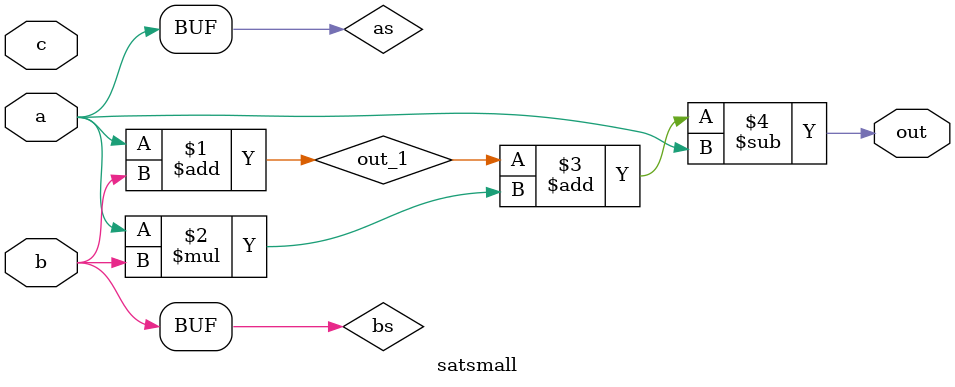
<source format=v>
module  satsmall(input  a, input  b,
  input  c,
 
  output  out
);

   wire   out_1;
   wire   out_2;
   wire   out_3;
   
  assign out_1 = a + b;
  //assign out_2 = a - c;
  //assign out_3 = a + b;
  //assign ei = - a - b;
   wire  as = a;
   wire  bs = b;

 
  assign out = out_1+as * bs - as;
  

endmodule


</source>
